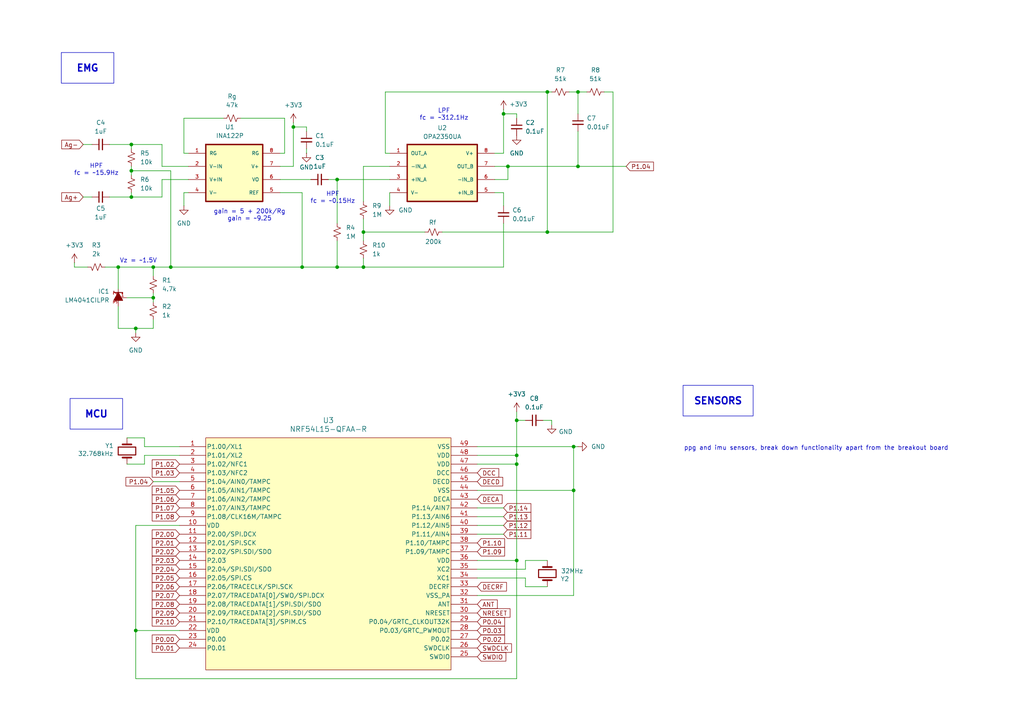
<source format=kicad_sch>
(kicad_sch (version 20250114) (generator "eeschema") (generator_version "9.0")
  (paper "A4")
  (lib_symbols
    (symbol "Device:C_Small" (pin_numbers (hide yes)) (pin_names (offset 0.254) (hide yes))
      (property "Reference" "C" (at 0.254 1.778 0))
      (property "Value" "C_Small" (at 0.254 -2.032 0))
      (symbol "C_Small_0_1"
        (polyline (pts (xy -1.524 0.508) (xy 1.524 0.508)) (stroke (width 0.3048)))
        (polyline (pts (xy -1.524 -0.508) (xy 1.524 -0.508)) (stroke (width 0.3302)))
      )
      (symbol "C_Small_1_1"
        (pin passive line (at 0 2.54 270) (length 2.032) (name "~") (number "1"))
        (pin passive line (at 0 -2.54 90) (length 2.032) (name "~") (number "2"))
      )
    )
    (symbol "Device:Crystal" (pin_numbers (hide yes)) (pin_names (offset 1.016) (hide yes))
      (property "Reference" "Y" (at 0 3.81 0))
      (property "Value" "Crystal" (at 0 -3.81 0))
      (symbol "Crystal_0_1"
        (polyline (pts (xy -2.54 0) (xy -1.905 0)))
        (polyline (pts (xy -1.905 -1.27) (xy -1.905 1.27)) (stroke (width 0.508)))
        (rectangle (start -1.143 2.54) (end 1.143 -2.54) (stroke (width 0.3048)))
        (polyline (pts (xy 1.905 -1.27) (xy 1.905 1.27)) (stroke (width 0.508)))
        (polyline (pts (xy 2.54 0) (xy 1.905 0)))
      )
      (symbol "Crystal_1_1"
        (pin passive line (at -3.81 0 0) (length 1.27) (name "1") (number "1"))
        (pin passive line (at 3.81 0 180) (length 1.27) (name "2") (number "2"))
      )
    )
    (symbol "Device:R_Small_US" (pin_numbers (hide yes)) (pin_names (offset 0.254) (hide yes))
      (property "Reference" "R" (at 0.762 0.508 0))
      (property "Value" "R_Small_US" (at 0.762 -1.016 0))
      (symbol "R_Small_US_1_1"
        (polyline (pts (xy 0 1.524) (xy 1.016 1.143) (xy 0 0.762) (xy -1.016 0.381) (xy 0 0)))
        (polyline (pts (xy 0 0) (xy 1.016 -0.381) (xy 0 -0.762) (xy -1.016 -1.143) (xy 0 -1.524)))
        (pin passive line (at 0 2.54 270) (length 1.016) (name "~") (number "1"))
        (pin passive line (at 0 -2.54 90) (length 1.016) (name "~") (number "2"))
      )
    )
    (symbol "ECE445L:LM4041CILPR" (pin_names (offset 1.016))
      (property "Reference" "IC" (at 2.7965 1.9067 0))
      (property "Value" "LM4041CILPR" (at 2.796 -0.8896 0))
      (symbol "LM4041CILPR_0_0"
        (polyline (pts (xy -1.27 1.524) (xy -1.27 1.143)) (stroke (width 0.254)))
        (polyline (pts (xy 0 1.524) (xy -1.27 1.524)) (stroke (width 0.254)))
        (polyline (pts (xy 0 1.524) (xy -1.27 -0.762) (xy 1.27 -0.762) (xy 0 1.524)) (stroke (width 0.254)) (fill (type outline)))
        (polyline (pts (xy 1.27 1.905) (xy 1.27 1.524)) (stroke (width 0.254)))
        (polyline (pts (xy 1.27 1.524) (xy 0 1.524)) (stroke (width 0.254)))
        (pin passive line (at -2.54 0 0) (length 2.54) (name "~") (number "1"))
        (pin passive line (at 0 2.54 270) (length 2.54) (name "~") (number "2"))
        (pin passive line (at 0 -2.54 90) (length 2.54) (name "~") (number "3"))
      )
    )
    (symbol "INA122P:INA122P" (pin_names (offset 1.016))
      (property "Reference" "U" (at -0.762 9.652 0))
      (property "Value" "INA122P" (at -3.302 -10.16 0))
      (symbol "INA122P_0_0"
        (rectangle (start -7.62 8.89) (end 8.89 -7.62) (stroke (width 0.41)) (fill (type background)))
        (pin bidirectional line (at -12.7 6.35 0) (length 5.08) (name "RG") (number "1"))
        (pin input line (at -12.7 2.54 0) (length 5.08) (name "V-IN") (number "2"))
        (pin input line (at -12.7 -1.27 0) (length 5.08) (name "V+IN") (number "3"))
        (pin power_in line (at -12.7 -5.08 0) (length 5.08) (name "V-") (number "4"))
        (pin bidirectional line (at 13.97 6.35 180) (length 5.08) (name "RG") (number "8"))
        (pin power_in line (at 13.97 2.54 180) (length 5.08) (name "V+") (number "7"))
        (pin output line (at 13.97 -1.27 180) (length 5.08) (name "VO") (number "6"))
        (pin input line (at 13.97 -5.08 180) (length 5.08) (name "REF") (number "5"))
      )
    )
    (symbol "OPA2350UA:OPA2350UA" (pin_names (offset 1.016))
      (property "Reference" "U" (at -0.762 13.716 0))
      (property "Value" "OPA2350UA" (at -5.588 -15.494 0))
      (symbol "OPA2350UA_0_0"
        (rectangle (start -10.16 7.62) (end 10.16 -8.89) (stroke (width 0.41)) (fill (type background)))
        (pin output line (at -15.24 5.08 0) (length 5.08) (name "OUT_A") (number "1"))
        (pin input line (at -15.24 1.27 0) (length 5.08) (name "-IN_A") (number "2"))
        (pin input line (at -15.24 -2.54 0) (length 5.08) (name "+IN_A") (number "3"))
        (pin power_in line (at -15.24 -6.35 0) (length 5.08) (name "V-") (number "4"))
        (pin power_in line (at 15.24 5.08 180) (length 5.08) (name "V+") (number "8"))
        (pin output line (at 15.24 1.27 180) (length 5.08) (name "OUT_B") (number "7"))
        (pin input line (at 15.24 -2.54 180) (length 5.08) (name "-IN_B") (number "6"))
        (pin input line (at 15.24 -6.35 180) (length 5.08) (name "+IN_B") (number "5"))
      )
    )
    (symbol "power:+3V3" (power) (pin_numbers (hide yes)) (pin_names (offset 0) (hide yes))
      (property "Value" "+3V3" (at 0 3.556 0))
      (symbol "+3V3_0_1"
        (polyline (pts (xy -0.762 1.27) (xy 0 2.54)))
        (polyline (pts (xy 0 2.54) (xy 0.762 1.27)))
        (polyline (pts (xy 0 0) (xy 0 2.54)))
      )
      (symbol "+3V3_1_1"
        (pin power_in line (at 0 0 90) (length 0) (name "~") (number "1"))
      )
    )
    (symbol "power:GND" (power) (pin_numbers (hide yes)) (pin_names (offset 0) (hide yes))
      (property "Value" "GND" (at 0 -3.81 0))
      (symbol "GND_0_1"
        (polyline (pts (xy 0 0) (xy 0 -1.27) (xy 1.27 -1.27) (xy 0 -2.54) (xy -1.27 -1.27) (xy 0 -1.27)))
      )
      (symbol "GND_1_1"
        (pin power_in line (at 0 0 270) (length 0) (name "~") (number "1"))
      )
    )
    (symbol "tat2673custom:NRF54L15-QFAA-R" (pin_names (offset 0.254))
      (property "Reference" "U" (at 66.04 10.16 0))
      (property "Value" "NRF54L15-QFAA-R" (at 66.04 7.62 0))
      (symbol "NRF54L15-QFAA-R_0_1"
        (pin bidirectional line (at 10.16 0 0) (length 7.62) (name "P1.00/XL1") (number "1"))
        (pin bidirectional line (at 10.16 -2.54 0) (length 7.62) (name "P1.01/XL2") (number "2"))
        (pin bidirectional line (at 10.16 -5.08 0) (length 7.62) (name "P1.02/NFC1") (number "3"))
        (pin bidirectional line (at 10.16 -7.62 0) (length 7.62) (name "P1.03/NFC2") (number "4"))
        (pin bidirectional line (at 10.16 -10.16 0) (length 7.62) (name "P1.04/AIN0/TAMPC") (number "5"))
        (pin input line (at 10.16 -12.7 0) (length 7.62) (name "P1.05/AIN1/TAMPC") (number "6"))
        (pin input line (at 10.16 -15.24 0) (length 7.62) (name "P1.06/AIN2/TAMPC") (number "7"))
        (pin input line (at 10.16 -17.78 0) (length 7.62) (name "P1.07/AIN3/TAMPC") (number "8"))
        (pin bidirectional line (at 10.16 -20.32 0) (length 7.62) (name "P1.08/CLK16M/TAMPC") (number "9"))
        (pin power_in line (at 10.16 -22.86 0) (length 7.62) (name "VDD") (number "10"))
        (pin bidirectional line (at 10.16 -25.4 0) (length 7.62) (name "P2.00/SPI.DCX") (number "11"))
        (pin bidirectional line (at 10.16 -27.94 0) (length 7.62) (name "P2.01/SPI.SCK") (number "12"))
        (pin bidirectional line (at 10.16 -30.48 0) (length 7.62) (name "P2.02/SPI.SDI/SDO") (number "13"))
        (pin bidirectional line (at 10.16 -33.02 0) (length 7.62) (name "P2.03") (number "14"))
        (pin bidirectional line (at 10.16 -35.56 0) (length 7.62) (name "P2.04/SPI.SDI/SDO") (number "15"))
        (pin bidirectional line (at 10.16 -38.1 0) (length 7.62) (name "P2.05/SPI.CS") (number "16"))
        (pin bidirectional line (at 10.16 -40.64 0) (length 7.62) (name "P2.06/TRACECLK/SPI.SCK") (number "17"))
        (pin bidirectional line (at 10.16 -43.18 0) (length 7.62) (name "P2.07/TRACEDATA[0]/SWO/SPI.DCX") (number "18"))
        (pin bidirectional line (at 10.16 -45.72 0) (length 7.62) (name "P2.08/TRACEDATA[1]/SPI.SDI/SDO") (number "19"))
        (pin bidirectional line (at 10.16 -48.26 0) (length 7.62) (name "P2.09/TRACEDATA[2]/SPI.SDI/SDO") (number "20"))
        (pin bidirectional line (at 10.16 -50.8 0) (length 7.62) (name "P2.10/TRACEDATA[3]/SPIM.CS") (number "21"))
        (pin power_in line (at 10.16 -53.34 0) (length 7.62) (name "VDD") (number "22"))
        (pin bidirectional line (at 10.16 -55.88 0) (length 7.62) (name "P0.00") (number "23"))
        (pin bidirectional line (at 10.16 -58.42 0) (length 7.62) (name "P0.01") (number "24"))
        (pin power_out line (at 96.52 0 180) (length 7.62) (name "VSS") (number "49"))
        (pin power_in line (at 96.52 -2.54 180) (length 7.62) (name "VDD") (number "48"))
        (pin power_in line (at 96.52 -5.08 180) (length 7.62) (name "VDD") (number "47"))
        (pin unspecified line (at 96.52 -7.62 180) (length 7.62) (name "DCC") (number "46"))
        (pin unspecified line (at 96.52 -10.16 180) (length 7.62) (name "DECD") (number "45"))
        (pin power_out line (at 96.52 -12.7 180) (length 7.62) (name "VSS") (number "44"))
        (pin unspecified line (at 96.52 -15.24 180) (length 7.62) (name "DECA") (number "43"))
        (pin input line (at 96.52 -17.78 180) (length 7.62) (name "P1.14/AIN7") (number "42"))
        (pin input line (at 96.52 -20.32 180) (length 7.62) (name "P1.13/AIN6") (number "41"))
        (pin input line (at 96.52 -22.86 180) (length 7.62) (name "P1.12/AIN5") (number "40"))
        (pin input line (at 96.52 -25.4 180) (length 7.62) (name "P1.11/AIN4") (number "39"))
        (pin bidirectional line (at 96.52 -27.94 180) (length 7.62) (name "P1.10/TAMPC") (number "38"))
        (pin bidirectional line (at 96.52 -30.48 180) (length 7.62) (name "P1.09/TAMPC") (number "37"))
        (pin power_in line (at 96.52 -33.02 180) (length 7.62) (name "VDD") (number "36"))
        (pin unspecified line (at 96.52 -35.56 180) (length 7.62) (name "XC2") (number "35"))
        (pin bidirectional line (at 96.52 -38.1 180) (length 7.62) (name "XC1") (number "34"))
        (pin unspecified line (at 96.52 -40.64 180) (length 7.62) (name "DECRF") (number "33"))
        (pin power_out line (at 96.52 -43.18 180) (length 7.62) (name "VSS_PA") (number "32"))
        (pin unspecified line (at 96.52 -45.72 180) (length 7.62) (name "ANT") (number "31"))
        (pin unspecified line (at 96.52 -48.26 180) (length 7.62) (name "NRESET") (number "30"))
        (pin output line (at 96.52 -50.8 180) (length 7.62) (name "P0.04/GRTC_CLKOUT32K") (number "29"))
        (pin output line (at 96.52 -53.34 180) (length 7.62) (name "P0.03/GRTC_PWMOUT") (number "28"))
        (pin bidirectional line (at 96.52 -55.88 180) (length 7.62) (name "P0.02") (number "27"))
        (pin unspecified line (at 96.52 -58.42 180) (length 7.62) (name "SWDCLK") (number "26"))
        (pin unspecified line (at 96.52 -60.96 180) (length 7.62) (name "SWDIO") (number "25"))
      )
      (symbol "NRF54L15-QFAA-R_1_1"
        (rectangle (start 17.78 2.54) (end 88.9 -64.77) (fill (type background)))
      )
    )
  )
  (text "HPF\nfc = ~0.15Hz" (at 96.52 57.404 0) (effects (font (size 1.27 1.27))))
  (text "Vz = ~1.5V\n" (at 40.132 75.692 0) (effects (font (size 1.27 1.27))))
  (text "HPF\nfc = ~15.9Hz\n" (at 27.94 49.276 0) (effects (font (size 1.27 1.27))))
  (text "LPF\nfc = ~312.1Hz" (at 128.778 33.274 0) (effects (font (size 1.27 1.27))))
  (text "gain = 5 + 200k/Rg\ngain = ~9.25\n" (at 72.39 62.484 0) (effects (font (size 1.27 1.27))))
  (text "ppg and imu sensors, break down functionality apart from the breakout board" (at 236.728 130.048 0) (effects (font (size 1.27 1.27))))
  (text_box "EMG\n" (at 17.78 15.24 0) (size 15.24 8.89) (margins 1.5 1.5 1.5 1.5) (effects (font (size 2 2) (thickness 0.4) (bold yes))))
  (text_box "SENSORS\n" (at 198.12 111.76 0) (size 20.32 8.89) (margins 1.5 1.5 1.5 1.5) (effects (font (size 2 2) (thickness 0.4) (bold yes))))
  (text_box "MCU\n" (at 20.32 115.57 0) (size 15.24 8.89) (margins 1.5 1.5 1.5 1.5) (effects (font (size 2 2) (thickness 0.4) (bold yes))))
  (junction (at 34.29 77.47))
  (junction (at 38.1 49.53))
  (junction (at 167.64 48.26))
  (junction (at 87.63 77.47))
  (junction (at 149.86 132.08))
  (junction (at 97.79 77.47))
  (junction (at 167.64 26.67))
  (junction (at 166.37 142.24))
  (junction (at 105.41 67.31))
  (junction (at 38.1 41.91))
  (junction (at 39.37 182.88))
  (junction (at 44.45 86.36))
  (junction (at 97.79 52.07))
  (junction (at 44.45 77.47))
  (junction (at 149.86 162.56))
  (junction (at 158.75 26.67))
  (junction (at 158.75 67.31))
  (junction (at 85.09 36.83))
  (junction (at 149.86 121.92))
  (junction (at 166.37 129.54))
  (junction (at 38.1 57.15))
  (junction (at 105.41 77.47))
  (junction (at 147.32 48.26))
  (junction (at 149.86 134.62))
  (junction (at 146.05 33.02))
  (junction (at 39.37 95.25))
  (junction (at 49.53 77.47))
  (wire (pts (xy 41.91 129.54) (xy 52.07 129.54)))
  (wire (pts (xy 97.79 52.07) (xy 113.03 52.07)))
  (wire (pts (xy 85.09 36.83) (xy 88.9 36.83)))
  (wire (pts (xy 152.4 165.1) (xy 138.43 165.1)))
  (wire (pts (xy 39.37 182.88) (xy 39.37 196.85)))
  (wire (pts (xy 41.91 134.62) (xy 36.83 134.62)))
  (wire (pts (xy 158.75 26.67) (xy 160.02 26.67)))
  (wire (pts (xy 146.05 64.77) (xy 146.05 77.47)))
  (wire (pts (xy 177.8 26.67) (xy 175.26 26.67)))
  (wire (pts (xy 105.41 67.31) (xy 123.19 67.31)))
  (wire (pts (xy 138.43 142.24) (xy 166.37 142.24)))
  (wire (pts (xy 149.86 162.56) (xy 149.86 134.62)))
  (wire (pts (xy 34.29 88.9) (xy 34.29 95.25)))
  (wire (pts (xy 152.4 162.56) (xy 152.4 165.1)))
  (wire (pts (xy 146.05 152.4) (xy 138.43 152.4)))
  (wire (pts (xy 149.86 119.38) (xy 149.86 121.92)))
  (wire (pts (xy 44.45 85.09) (xy 44.45 86.36)))
  (wire (pts (xy 105.41 48.26) (xy 113.03 48.26)))
  (wire (pts (xy 138.43 132.08) (xy 149.86 132.08)))
  (wire (pts (xy 113.03 59.69) (xy 113.03 55.88)))
  (wire (pts (xy 88.9 43.18) (xy 88.9 44.45)))
  (wire (pts (xy 39.37 95.25) (xy 44.45 95.25)))
  (wire (pts (xy 105.41 48.26) (xy 105.41 58.42)))
  (wire (pts (xy 81.28 52.07) (xy 90.17 52.07)))
  (wire (pts (xy 31.75 57.15) (xy 38.1 57.15)))
  (wire (pts (xy 167.64 26.67) (xy 167.64 33.02)))
  (wire (pts (xy 31.75 41.91) (xy 38.1 41.91)))
  (wire (pts (xy 36.83 86.36) (xy 44.45 86.36)))
  (wire (pts (xy 105.41 63.5) (xy 105.41 67.31)))
  (wire (pts (xy 85.09 36.83) (xy 85.09 48.26)))
  (wire (pts (xy 138.43 162.56) (xy 149.86 162.56)))
  (wire (pts (xy 49.53 77.47) (xy 44.45 77.47)))
  (wire (pts (xy 149.86 134.62) (xy 149.86 132.08)))
  (wire (pts (xy 46.99 52.07) (xy 46.99 57.15)))
  (wire (pts (xy 53.34 55.88) (xy 53.34 59.69)))
  (wire (pts (xy 146.05 33.02) (xy 149.86 33.02)))
  (wire (pts (xy 30.48 77.47) (xy 34.29 77.47)))
  (wire (pts (xy 44.45 92.71) (xy 44.45 95.25)))
  (wire (pts (xy 128.27 67.31) (xy 158.75 67.31)))
  (wire (pts (xy 138.43 134.62) (xy 149.86 134.62)))
  (wire (pts (xy 143.51 55.88) (xy 146.05 55.88)))
  (wire (pts (xy 21.59 76.2) (xy 21.59 77.47)))
  (wire (pts (xy 158.75 67.31) (xy 158.75 26.67)))
  (wire (pts (xy 105.41 74.93) (xy 105.41 77.47)))
  (wire (pts (xy 138.43 129.54) (xy 166.37 129.54)))
  (wire (pts (xy 147.32 48.26) (xy 167.64 48.26)))
  (wire (pts (xy 105.41 67.31) (xy 105.41 69.85)))
  (wire (pts (xy 95.25 52.07) (xy 97.79 52.07)))
  (wire (pts (xy 38.1 41.91) (xy 46.99 41.91)))
  (wire (pts (xy 146.05 147.32) (xy 138.43 147.32)))
  (wire (pts (xy 52.07 132.08) (xy 41.91 132.08)))
  (wire (pts (xy 160.02 121.92) (xy 157.48 121.92)))
  (wire (pts (xy 46.99 57.15) (xy 38.1 57.15)))
  (wire (pts (xy 166.37 172.72) (xy 166.37 142.24)))
  (wire (pts (xy 152.4 170.18) (xy 158.75 170.18)))
  (wire (pts (xy 160.02 123.19) (xy 160.02 121.92)))
  (wire (pts (xy 82.55 34.29) (xy 82.55 44.45)))
  (wire (pts (xy 147.32 52.07) (xy 147.32 48.26)))
  (wire (pts (xy 53.34 34.29) (xy 53.34 44.45)))
  (wire (pts (xy 49.53 77.47) (xy 87.63 77.47)))
  (wire (pts (xy 167.64 48.26) (xy 181.61 48.26)))
  (wire (pts (xy 46.99 48.26) (xy 46.99 41.91)))
  (wire (pts (xy 177.8 26.67) (xy 177.8 67.31)))
  (wire (pts (xy 152.4 167.64) (xy 152.4 170.18)))
  (wire (pts (xy 158.75 162.56) (xy 152.4 162.56)))
  (wire (pts (xy 143.51 44.45) (xy 146.05 44.45)))
  (wire (pts (xy 24.13 57.15) (xy 26.67 57.15)))
  (wire (pts (xy 152.4 121.92) (xy 149.86 121.92)))
  (wire (pts (xy 46.99 52.07) (xy 54.61 52.07)))
  (wire (pts (xy 146.05 154.94) (xy 138.43 154.94)))
  (wire (pts (xy 146.05 33.02) (xy 146.05 44.45)))
  (wire (pts (xy 41.91 132.08) (xy 41.91 134.62)))
  (wire (pts (xy 44.45 86.36) (xy 44.45 87.63)))
  (wire (pts (xy 167.64 48.26) (xy 167.64 38.1)))
  (wire (pts (xy 38.1 49.53) (xy 38.1 50.8)))
  (wire (pts (xy 138.43 167.64) (xy 152.4 167.64)))
  (wire (pts (xy 36.83 127) (xy 41.91 127)))
  (wire (pts (xy 21.59 77.47) (xy 25.4 77.47)))
  (wire (pts (xy 143.51 52.07) (xy 147.32 52.07)))
  (wire (pts (xy 111.76 44.45) (xy 113.03 44.45)))
  (wire (pts (xy 149.86 33.02) (xy 149.86 34.29)))
  (wire (pts (xy 38.1 48.26) (xy 38.1 49.53)))
  (wire (pts (xy 69.85 34.29) (xy 82.55 34.29)))
  (wire (pts (xy 34.29 95.25) (xy 39.37 95.25)))
  (wire (pts (xy 53.34 44.45) (xy 54.61 44.45)))
  (wire (pts (xy 111.76 26.67) (xy 158.75 26.67)))
  (wire (pts (xy 44.45 77.47) (xy 34.29 77.47)))
  (wire (pts (xy 39.37 152.4) (xy 39.37 182.88)))
  (wire (pts (xy 138.43 172.72) (xy 166.37 172.72)))
  (wire (pts (xy 97.79 69.85) (xy 97.79 77.47)))
  (wire (pts (xy 81.28 44.45) (xy 82.55 44.45)))
  (wire (pts (xy 38.1 49.53) (xy 49.53 49.53)))
  (wire (pts (xy 49.53 49.53) (xy 49.53 77.47)))
  (wire (pts (xy 149.86 196.85) (xy 149.86 162.56)))
  (wire (pts (xy 158.75 67.31) (xy 177.8 67.31)))
  (wire (pts (xy 81.28 55.88) (xy 87.63 55.88)))
  (wire (pts (xy 52.07 152.4) (xy 39.37 152.4)))
  (wire (pts (xy 146.05 149.86) (xy 138.43 149.86)))
  (wire (pts (xy 53.34 34.29) (xy 64.77 34.29)))
  (wire (pts (xy 44.45 139.7) (xy 52.07 139.7)))
  (wire (pts (xy 146.05 31.75) (xy 146.05 33.02)))
  (wire (pts (xy 39.37 95.25) (xy 39.37 96.52)))
  (wire (pts (xy 44.45 77.47) (xy 44.45 80.01)))
  (wire (pts (xy 53.34 55.88) (xy 54.61 55.88)))
  (wire (pts (xy 87.63 77.47) (xy 97.79 77.47)))
  (wire (pts (xy 34.29 77.47) (xy 34.29 83.82)))
  (wire (pts (xy 38.1 57.15) (xy 38.1 55.88)))
  (wire (pts (xy 165.1 26.67) (xy 167.64 26.67)))
  (wire (pts (xy 24.13 41.91) (xy 26.67 41.91)))
  (wire (pts (xy 146.05 59.69) (xy 146.05 55.88)))
  (wire (pts (xy 88.9 36.83) (xy 88.9 38.1)))
  (wire (pts (xy 166.37 129.54) (xy 167.64 129.54)))
  (wire (pts (xy 111.76 26.67) (xy 111.76 44.45)))
  (wire (pts (xy 81.28 48.26) (xy 85.09 48.26)))
  (wire (pts (xy 143.51 48.26) (xy 147.32 48.26)))
  (wire (pts (xy 105.41 77.47) (xy 97.79 77.47)))
  (wire (pts (xy 39.37 196.85) (xy 149.86 196.85)))
  (wire (pts (xy 149.86 132.08) (xy 149.86 121.92)))
  (wire (pts (xy 39.37 182.88) (xy 52.07 182.88)))
  (wire (pts (xy 97.79 52.07) (xy 97.79 64.77)))
  (wire (pts (xy 41.91 127) (xy 41.91 129.54)))
  (wire (pts (xy 87.63 55.88) (xy 87.63 77.47)))
  (wire (pts (xy 46.99 48.26) (xy 54.61 48.26)))
  (wire (pts (xy 85.09 35.56) (xy 85.09 36.83)))
  (wire (pts (xy 146.05 77.47) (xy 105.41 77.47)))
  (wire (pts (xy 167.64 26.67) (xy 170.18 26.67)))
  (wire (pts (xy 38.1 41.91) (xy 38.1 43.18)))
  (wire (pts (xy 166.37 142.24) (xy 166.37 129.54)))
  (global_label "P1.11" (shape input) (at 146.05 154.94 0) (property "Intersheetrefs" "${INTERSHEET_REFS}" (effects (hide yes))))
  (global_label "P2.00" (shape input) (at 52.07 154.94 180) (property "Intersheetrefs" "${INTERSHEET_REFS}" (effects (hide yes))))
  (global_label "P0.01" (shape input) (at 52.07 187.96 180) (property "Intersheetrefs" "${INTERSHEET_REFS}" (effects (hide yes))))
  (global_label "SWDIO" (shape input) (at 138.43 190.5 0) (property "Intersheetrefs" "${INTERSHEET_REFS}" (effects (hide yes))))
  (global_label "P1.03" (shape input) (at 52.07 137.16 180) (property "Intersheetrefs" "${INTERSHEET_REFS}" (effects (hide yes))))
  (global_label "P2.10" (shape input) (at 52.07 180.34 180) (property "Intersheetrefs" "${INTERSHEET_REFS}" (effects (hide yes))))
  (global_label "Ag+" (shape input) (at 24.13 57.15 180) (property "Intersheetrefs" "${INTERSHEET_REFS}" (effects (hide yes))))
  (global_label "P2.03" (shape input) (at 52.07 162.56 180) (property "Intersheetrefs" "${INTERSHEET_REFS}" (effects (hide yes))))
  (global_label "DECA" (shape input) (at 138.43 144.78 0) (property "Intersheetrefs" "${INTERSHEET_REFS}" (effects (hide yes))))
  (global_label "P1.02" (shape input) (at 52.07 134.62 180) (property "Intersheetrefs" "${INTERSHEET_REFS}" (effects (hide yes))))
  (global_label "Ag-" (shape input) (at 24.13 41.91 180) (property "Intersheetrefs" "${INTERSHEET_REFS}" (effects (hide yes))))
  (global_label "ANT" (shape input) (at 138.43 175.26 0) (property "Intersheetrefs" "${INTERSHEET_REFS}" (effects (hide yes))))
  (global_label "P1.08" (shape input) (at 52.07 149.86 180) (property "Intersheetrefs" "${INTERSHEET_REFS}" (effects (hide yes))))
  (global_label "P1.09" (shape input) (at 138.43 160.02 0) (property "Intersheetrefs" "${INTERSHEET_REFS}" (effects (hide yes))))
  (global_label "P1.14" (shape input) (at 146.05 147.32 0) (property "Intersheetrefs" "${INTERSHEET_REFS}" (effects (hide yes))))
  (global_label "P1.05" (shape input) (at 52.07 142.24 180) (property "Intersheetrefs" "${INTERSHEET_REFS}" (effects (hide yes))))
  (global_label "P2.05" (shape input) (at 52.07 167.64 180) (property "Intersheetrefs" "${INTERSHEET_REFS}" (effects (hide yes))))
  (global_label "NRESET" (shape input) (at 138.43 177.8 0) (property "Intersheetrefs" "${INTERSHEET_REFS}" (effects (hide yes))))
  (global_label "P2.04" (shape input) (at 52.07 165.1 180) (property "Intersheetrefs" "${INTERSHEET_REFS}" (effects (hide yes))))
  (global_label "P0.00" (shape input) (at 52.07 185.42 180) (property "Intersheetrefs" "${INTERSHEET_REFS}" (effects (hide yes))))
  (global_label "P0.04" (shape input) (at 138.43 180.34 0) (property "Intersheetrefs" "${INTERSHEET_REFS}" (effects (hide yes))))
  (global_label "P1.13" (shape input) (at 146.05 149.86 0) (property "Intersheetrefs" "${INTERSHEET_REFS}" (effects (hide yes))))
  (global_label "P1.04" (shape input) (at 44.45 139.7 180) (property "Intersheetrefs" "${INTERSHEET_REFS}" (effects (hide yes))))
  (global_label "DECRF" (shape input) (at 138.43 170.18 0) (property "Intersheetrefs" "${INTERSHEET_REFS}" (effects (hide yes))))
  (global_label "P2.07" (shape input) (at 52.07 172.72 180) (property "Intersheetrefs" "${INTERSHEET_REFS}" (effects (hide yes))))
  (global_label "P1.04" (shape input) (at 181.61 48.26 0) (property "Intersheetrefs" "${INTERSHEET_REFS}" (effects (hide yes))))
  (global_label "P2.02" (shape input) (at 52.07 160.02 180) (property "Intersheetrefs" "${INTERSHEET_REFS}" (effects (hide yes))))
  (global_label "P1.10" (shape input) (at 138.43 157.48 0) (property "Intersheetrefs" "${INTERSHEET_REFS}" (effects (hide yes))))
  (global_label "DECD" (shape input) (at 138.43 139.7 0) (property "Intersheetrefs" "${INTERSHEET_REFS}" (effects (hide yes))))
  (global_label "P1.06" (shape input) (at 52.07 144.78 180) (property "Intersheetrefs" "${INTERSHEET_REFS}" (effects (hide yes))))
  (global_label "P2.08" (shape input) (at 52.07 175.26 180) (property "Intersheetrefs" "${INTERSHEET_REFS}" (effects (hide yes))))
  (global_label "P1.07" (shape input) (at 52.07 147.32 180) (property "Intersheetrefs" "${INTERSHEET_REFS}" (effects (hide yes))))
  (global_label "SWDCLK" (shape input) (at 138.43 187.96 0) (property "Intersheetrefs" "${INTERSHEET_REFS}" (effects (hide yes))))
  (global_label "P2.09" (shape input) (at 52.07 177.8 180) (property "Intersheetrefs" "${INTERSHEET_REFS}" (effects (hide yes))))
  (global_label "P1.12" (shape input) (at 146.05 152.4 0) (property "Intersheetrefs" "${INTERSHEET_REFS}" (effects (hide yes))))
  (global_label "DCC" (shape input) (at 138.43 137.16 0) (property "Intersheetrefs" "${INTERSHEET_REFS}" (effects (hide yes))))
  (global_label "P0.03" (shape input) (at 138.43 182.88 0) (property "Intersheetrefs" "${INTERSHEET_REFS}" (effects (hide yes))))
  (global_label "P2.01" (shape input) (at 52.07 157.48 180) (property "Intersheetrefs" "${INTERSHEET_REFS}" (effects (hide yes))))
  (global_label "P0.02" (shape input) (at 138.43 185.42 0) (property "Intersheetrefs" "${INTERSHEET_REFS}" (effects (hide yes))))
  (global_label "P2.06" (shape input) (at 52.07 170.18 180) (property "Intersheetrefs" "${INTERSHEET_REFS}" (effects (hide yes))))
  (symbol (lib_id "Device:R_Small_US") (at 27.94 77.47 90) (mirror x) (unit 1)
    (property "Reference" "R3" (at 27.94 71.12 90))
    (property "Value" "2k" (at 27.94 73.66 90))
    (property "Description" "Resistor, small US symbol" (effects (hide yes)))
  )
  (symbol (lib_id "Device:C_Small") (at 146.05 62.23 180) (unit 1)
    (property "Reference" "C6" (at 148.59 60.9535 0) (effects (justify right)))
    (property "Value" "0.01uF" (at 148.59 63.4935 0) (effects (justify right)))
    (property "Description" "Unpolarized capacitor, small symbol" (effects (hide yes)))
  )
  (symbol (lib_id "Device:R_Small_US") (at 44.45 90.17 0) (unit 1)
    (property "Reference" "R2" (at 46.99 88.8999 0) (effects (justify left)))
    (property "Value" "1k" (at 46.99 91.4399 0) (effects (justify left)))
    (property "Description" "Resistor, small US symbol" (effects (hide yes)))
  )
  (symbol (lib_id "power:GND") (at 160.02 123.19 0) (unit 1)
    (property "Reference" "#PWR013" (effects (hide yes)))
    (property "Value" "GND" (at 164.084 125.222 0))
    (property "Description" "Power symbol creates a global label with name \"GND\" , ground" (effects (hide yes)))
  )
  (symbol (lib_id "Device:C_Small") (at 29.21 57.15 90) (unit 1)
    (property "Reference" "C5" (at 29.21 60.452 90))
    (property "Value" "1uF" (at 29.21 62.992 90))
    (property "Description" "Unpolarized capacitor, small symbol" (effects (hide yes)))
  )
  (symbol (lib_id "Device:C_Small") (at 29.21 41.91 90) (unit 1)
    (property "Reference" "C4" (at 29.2163 35.56 90))
    (property "Value" "1uF" (at 29.2163 38.1 90))
    (property "Description" "Unpolarized capacitor, small symbol" (effects (hide yes)))
  )
  (symbol (lib_id "INA122P:INA122P") (at 67.31 50.8 0) (unit 1)
    (property "Reference" "U1" (at 66.675 36.83 0))
    (property "Value" "INA122P" (at 66.675 39.37 0))
    (property "Footprint" "INA122P:DIP794W45P254L959H508Q8" (effects (hide yes)))
    (property "MF" "Texas Instruments" (effects (hide yes)))
    (property "Description_1" "Single Supply, MicroPower Instrumentation Amplifier" (effects (hide yes)))
    (property "Package" "PDIP-8 Texas" (effects (hide yes)))
    (property "Price" "None" (effects (hide yes)))
    (property "SnapEDA_Link" "https://www.snapeda.com/parts/INA122P/Texas+Instruments/view-part/?ref=snap" (effects (hide yes)))
    (property "MP" "INA122P" (effects (hide yes)))
    (property "Availability" "In Stock" (effects (hide yes)))
    (property "Check_prices" "https://www.snapeda.com/parts/INA122P/Texas+Instruments/view-part/?ref=eda" (effects (hide yes)))
  )
  (symbol (lib_id "Device:Crystal") (at 158.75 166.37 90) (unit 1)
    (property "Reference" "Y2" (at 165.1 167.894 90) (effects (justify left)))
    (property "Value" "32MHz" (at 169.164 165.608 90) (effects (justify left)))
    (property "Description" "Two pin crystal" (effects (hide yes)))
  )
  (symbol (lib_id "power:GND") (at 39.37 96.52 0) (unit 1)
    (property "Reference" "#PWR04" (effects (hide yes)))
    (property "Value" "GND" (at 39.37 101.6 0))
    (property "Description" "Power symbol creates a global label with name \"GND\" , ground" (effects (hide yes)))
  )
  (symbol (lib_id "Device:C_Small") (at 154.94 121.92 90) (unit 1)
    (property "Reference" "C8" (at 154.9463 115.57 90))
    (property "Value" "0.1uF" (at 154.9463 118.11 90))
    (property "Description" "Unpolarized capacitor, small symbol" (effects (hide yes)))
  )
  (symbol (lib_id "Device:R_Small_US") (at 38.1 45.72 0) (unit 1)
    (property "Reference" "R5" (at 40.64 44.4499 0) (effects (justify left)))
    (property "Value" "10k" (at 40.64 46.9899 0) (effects (justify left)))
    (property "Description" "Resistor, small US symbol" (effects (hide yes)))
  )
  (symbol (lib_id "power:GND") (at 113.03 59.69 0) (unit 1)
    (property "Reference" "#PWR06" (effects (hide yes)))
    (property "Value" "GND" (at 115.57 60.9599 0) (effects (justify left)))
    (property "Description" "Power symbol creates a global label with name \"GND\" , ground" (effects (hide yes)))
  )
  (symbol (lib_id "Device:R_Small_US") (at 105.41 72.39 0) (unit 1)
    (property "Reference" "R10" (at 107.95 71.1199 0) (effects (justify left)))
    (property "Value" "1k" (at 107.95 73.6599 0) (effects (justify left)))
    (property "Description" "Resistor, small US symbol" (effects (hide yes)))
  )
  (symbol (lib_id "Device:C_Small") (at 167.64 35.56 0) (unit 1)
    (property "Reference" "C7" (at 170.18 34.2962 0) (effects (justify left)))
    (property "Value" "0.01uF" (at 170.18 36.8362 0) (effects (justify left)))
    (property "Description" "Unpolarized capacitor, small symbol" (effects (hide yes)))
  )
  (symbol (lib_id "power:+3V3") (at 85.09 35.56 0) (unit 1)
    (property "Reference" "#PWR02" (effects (hide yes)))
    (property "Value" "+3V3" (at 85.09 30.48 0))
    (property "Description" "Power symbol creates a global label with name \"+3V3\"" (effects (hide yes)))
  )
  (symbol (lib_id "power:+3V3") (at 21.59 76.2 0) (unit 1)
    (property "Reference" "#PWR05" (effects (hide yes)))
    (property "Value" "+3V3" (at 21.59 71.12 0))
    (property "Description" "Power symbol creates a global label with name \"+3V3\"" (effects (hide yes)))
  )
  (symbol (lib_id "tat2673custom:NRF54L15-QFAA-R") (at 41.91 129.54 0) (unit 1)
    (property "Reference" "U3" (at 95.25 121.92 0) (effects (font (size 1.524 1.524))))
    (property "Value" "NRF54L15-QFAA-R" (at 95.25 124.46 0) (effects (font (size 1.524 1.524))))
    (property "Footprint" "QFN48_6X6_NOR" (effects (hide yes)))
    (property "Datasheet" "NRF54L15-QFAA-R" (effects (hide yes)))
  )
  (symbol (lib_id "Device:R_Small_US") (at 105.41 60.96 0) (unit 1)
    (property "Reference" "R9" (at 107.95 59.6899 0) (effects (justify left)))
    (property "Value" "1M" (at 107.95 62.2299 0) (effects (justify left)))
    (property "Description" "Resistor, small US symbol" (effects (hide yes)))
  )
  (symbol (lib_id "Device:Crystal") (at 36.83 130.81 270) (unit 1)
    (property "Reference" "Y1" (at 30.48 129.286 90) (effects (justify left)))
    (property "Value" "32.768kHz" (at 22.606 131.572 90) (effects (justify left)))
    (property "Description" "Two pin crystal" (effects (hide yes)))
  )
  (symbol (lib_id "power:+3V3") (at 146.05 31.75 0) (unit 1)
    (property "Reference" "#PWR07" (effects (hide yes)))
    (property "Value" "+3V3" (at 150.368 30.226 0))
    (property "Description" "Power symbol creates a global label with name \"+3V3\"" (effects (hide yes)))
  )
  (symbol (lib_id "power:GND") (at 149.86 39.37 0) (unit 1)
    (property "Reference" "#PWR08" (effects (hide yes)))
    (property "Value" "GND" (at 149.86 44.45 0))
    (property "Description" "Power symbol creates a global label with name \"GND\" , ground" (effects (hide yes)))
  )
  (symbol (lib_id "ECE445L:LM4041CILPR") (at 34.29 86.36 0) (mirror y) (unit 1)
    (property "Reference" "IC1" (at 31.75 84.5184 0) (effects (justify left)))
    (property "Value" "LM4041CILPR" (at 31.75 87.0584 0) (effects (justify left)))
    (property "Footprint" "ECE445L:ti_LM4041CILPR" (effects (hide yes)))
    (property "Datasheet" "https://www.ti.com/general/docs/suppproductinfo.tsp?distId=26&gotoUrl=https://www.ti.com/lit/gpn/lm4041a12" (effects (hide yes)))
    (property "Distributor" "Mouser" (effects (hide yes)))
    (property "Manufacturer" "Texas Instruments" (effects (hide yes)))
    (property "P/N" "LM4041CILPR" (effects (hide yes)))
    (property "Cost" "0.78" (effects (hide yes)))
  )
  (symbol (lib_id "power:GND") (at 53.34 59.69 0) (unit 1)
    (property "Reference" "#PWR01" (effects (hide yes)))
    (property "Value" "GND" (at 53.34 64.77 0))
    (property "Description" "Power symbol creates a global label with name \"GND\" , ground" (effects (hide yes)))
  )
  (symbol (lib_id "Device:R_Small_US") (at 44.45 82.55 0) (unit 1)
    (property "Reference" "R1" (at 46.99 81.2799 0) (effects (justify left)))
    (property "Value" "4.7k" (at 46.99 83.8199 0) (effects (justify left)))
    (property "Description" "Resistor, small US symbol" (effects (hide yes)))
  )
  (symbol (lib_id "Device:C_Small") (at 149.86 36.83 0) (unit 1)
    (property "Reference" "C2" (at 152.4 35.5662 0) (effects (justify left)))
    (property "Value" "0.1uF" (at 152.4 38.1062 0) (effects (justify left)))
    (property "Description" "Unpolarized capacitor, small symbol" (effects (hide yes)))
  )
  (symbol (lib_id "Device:C_Small") (at 92.71 52.07 90) (unit 1)
    (property "Reference" "C3" (at 92.7163 45.72 90))
    (property "Value" "1uF" (at 92.7163 48.26 90))
    (property "Description" "Unpolarized capacitor, small symbol" (effects (hide yes)))
  )
  (symbol (lib_id "Device:R_Small_US") (at 67.31 34.29 90) (unit 1)
    (property "Reference" "Rg" (at 67.31 27.94 90))
    (property "Value" "47k" (at 67.31 30.48 90))
    (property "Description" "Resistor, small US symbol" (effects (hide yes)))
  )
  (symbol (lib_id "Device:C_Small") (at 88.9 40.64 0) (unit 1)
    (property "Reference" "C1" (at 91.44 39.3762 0) (effects (justify left)))
    (property "Value" "0.1uF" (at 91.44 41.9162 0) (effects (justify left)))
    (property "Description" "Unpolarized capacitor, small symbol" (effects (hide yes)))
  )
  (symbol (lib_id "power:GND") (at 88.9 44.45 0) (unit 1)
    (property "Reference" "#PWR03" (effects (hide yes)))
    (property "Value" "GND" (at 88.9 48.514 0))
    (property "Description" "Power symbol creates a global label with name \"GND\" , ground" (effects (hide yes)))
  )
  (symbol (lib_id "Device:R_Small_US") (at 125.73 67.31 90) (unit 1)
    (property "Reference" "Rf" (at 125.476 64.516 90))
    (property "Value" "200k" (at 125.73 70.104 90))
    (property "Description" "Resistor, small US symbol" (effects (hide yes)))
  )
  (symbol (lib_id "Device:R_Small_US") (at 97.79 67.31 0) (unit 1)
    (property "Reference" "R4" (at 100.33 66.0399 0) (effects (justify left)))
    (property "Value" "1M" (at 100.33 68.5799 0) (effects (justify left)))
    (property "Description" "Resistor, small US symbol" (effects (hide yes)))
  )
  (symbol (lib_id "power:+3V3") (at 149.86 119.38 0) (unit 1)
    (property "Reference" "#PWR012" (effects (hide yes)))
    (property "Value" "+3V3" (at 149.86 114.3 0))
    (property "Description" "Power symbol creates a global label with name \"+3V3\"" (effects (hide yes)))
  )
  (symbol (lib_id "Device:R_Small_US") (at 162.56 26.67 90) (unit 1)
    (property "Reference" "R7" (at 162.56 20.32 90))
    (property "Value" "51k" (at 162.56 22.86 90))
    (property "Description" "Resistor, small US symbol" (effects (hide yes)))
  )
  (symbol (lib_id "Device:R_Small_US") (at 172.72 26.67 90) (unit 1)
    (property "Reference" "R8" (at 172.72 20.32 90))
    (property "Value" "51k" (at 172.72 22.86 90))
    (property "Description" "Resistor, small US symbol" (effects (hide yes)))
  )
  (symbol (lib_id "OPA2350UA:OPA2350UA") (at 128.27 49.53 0) (unit 1)
    (property "Reference" "U2" (at 128.27 37.084 0))
    (property "Value" "OPA2350UA" (at 128.27 39.624 0))
    (property "Footprint" "OPA2350UA:SOIC127P599X175-8N" (effects (hide yes)))
    (property "MF" "Texas Instruments" (effects (hide yes)))
    (property "Description_1" "Dual single-supply, rail-to-rail, high speed, low-noise operational amplifier" (effects (hide yes)))
    (property "Package" "SOIC-8 Texas Instruments" (effects (hide yes)))
    (property "Price" "None" (effects (hide yes)))
    (property "SnapEDA_Link" "https://www.snapeda.com/parts/OPA2350UA/Texas+Instruments/view-part/?ref=snap" (effects (hide yes)))
    (property "MP" "OPA2350UA" (effects (hide yes)))
    (property "Availability" "In Stock" (effects (hide yes)))
    (property "Check_prices" "https://www.snapeda.com/parts/OPA2350UA/Texas+Instruments/view-part/?ref=eda" (effects (hide yes)))
  )
  (symbol (lib_id "power:GND") (at 167.64 129.54 90) (unit 1)
    (property "Reference" "#PWR09" (effects (hide yes)))
    (property "Value" "GND" (at 171.45 129.5399 90) (effects (justify right)))
    (property "Description" "Power symbol creates a global label with name \"GND\" , ground" (effects (hide yes)))
  )
  (symbol (lib_id "Device:R_Small_US") (at 38.1 53.34 0) (unit 1)
    (property "Reference" "R6" (at 40.64 52.0699 0) (effects (justify left)))
    (property "Value" "10k" (at 40.64 54.6099 0) (effects (justify left)))
    (property "Description" "Resistor, small US symbol" (effects (hide yes)))
  )
)
</source>
